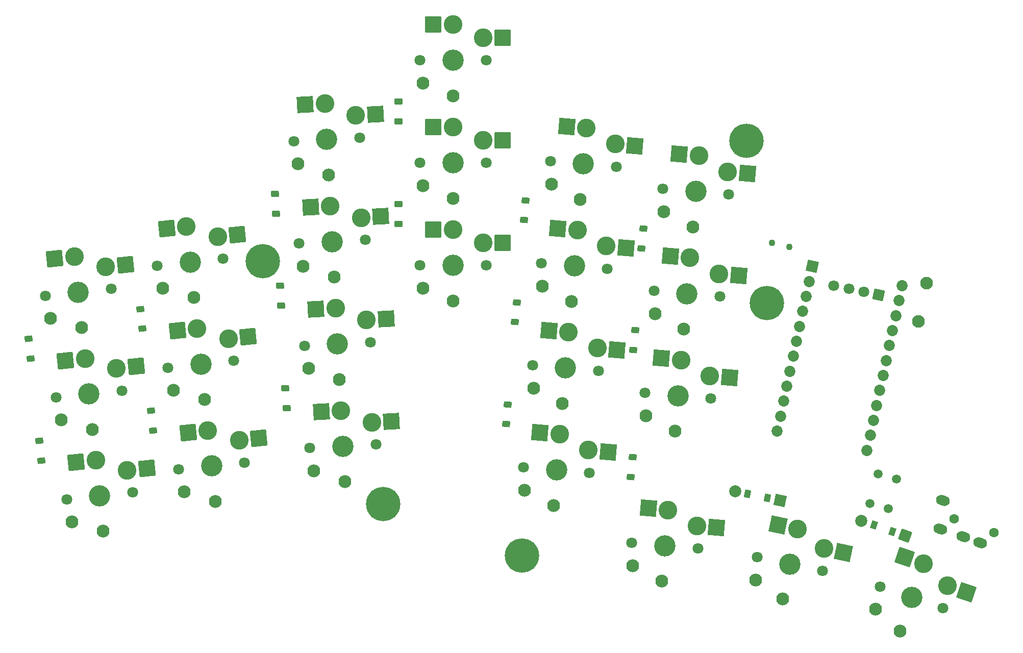
<source format=gbr>
%TF.GenerationSoftware,KiCad,Pcbnew,(6.0.7-1)-1*%
%TF.CreationDate,2022-09-15T11:20:02-04:00*%
%TF.ProjectId,skyline_pcb_left,736b796c-696e-4655-9f70-63625f6c6566,v1.0.0*%
%TF.SameCoordinates,Original*%
%TF.FileFunction,Soldermask,Bot*%
%TF.FilePolarity,Negative*%
%FSLAX46Y46*%
G04 Gerber Fmt 4.6, Leading zero omitted, Abs format (unit mm)*
G04 Created by KiCad (PCBNEW (6.0.7-1)-1) date 2022-09-15 11:20:02*
%MOMM*%
%LPD*%
G01*
G04 APERTURE LIST*
G04 Aperture macros list*
%AMRoundRect*
0 Rectangle with rounded corners*
0 $1 Rounding radius*
0 $2 $3 $4 $5 $6 $7 $8 $9 X,Y pos of 4 corners*
0 Add a 4 corners polygon primitive as box body*
4,1,4,$2,$3,$4,$5,$6,$7,$8,$9,$2,$3,0*
0 Add four circle primitives for the rounded corners*
1,1,$1+$1,$2,$3*
1,1,$1+$1,$4,$5*
1,1,$1+$1,$6,$7*
1,1,$1+$1,$8,$9*
0 Add four rect primitives between the rounded corners*
20,1,$1+$1,$2,$3,$4,$5,0*
20,1,$1+$1,$4,$5,$6,$7,0*
20,1,$1+$1,$6,$7,$8,$9,0*
20,1,$1+$1,$8,$9,$2,$3,0*%
%AMHorizOval*
0 Thick line with rounded ends*
0 $1 width*
0 $2 $3 position (X,Y) of the first rounded end (center of the circle)*
0 $4 $5 position (X,Y) of the second rounded end (center of the circle)*
0 Add line between two ends*
20,1,$1,$2,$3,$4,$5,0*
0 Add two circle primitives to create the rounded ends*
1,1,$1,$2,$3*
1,1,$1,$4,$5*%
G04 Aperture macros list end*
%ADD10C,1.100000*%
%ADD11C,3.529000*%
%ADD12C,3.100000*%
%ADD13C,1.801800*%
%ADD14RoundRect,0.050000X-1.230182X-1.366255X1.366255X-1.230182X1.230182X1.366255X-1.366255X1.230182X0*%
%ADD15C,3.700000*%
%ADD16C,5.700000*%
%ADD17RoundRect,0.050000X-1.652413X-0.805936X0.805936X-1.652413X1.652413X0.805936X-0.805936X1.652413X0*%
%ADD18C,1.497000*%
%ADD19C,2.132000*%
%ADD20RoundRect,0.050000X0.558497X-0.500581X0.636937X0.395994X-0.558497X0.500581X-0.636937X-0.395994X0*%
%ADD21RoundRect,0.050000X0.622729X-0.417982X0.575627X0.480785X-0.622729X0.417982X-0.575627X-0.480785X0*%
%ADD22RoundRect,0.050000X0.643751X-0.384818X0.549675X0.510252X-0.643751X0.384818X-0.549675X-0.510252X0*%
%ADD23RoundRect,0.050000X-1.408356X-1.181751X1.181751X-1.408356X1.408356X1.181751X-1.181751X1.408356X0*%
%ADD24RoundRect,0.050000X-0.674958X1.039344X-1.039344X-0.674958X0.674958X-1.039344X1.039344X0.674958X0*%
%ADD25C,1.852600*%
%ADD26RoundRect,0.050000X-1.300000X-1.300000X1.300000X-1.300000X1.300000X1.300000X-1.300000X1.300000X0*%
%ADD27RoundRect,0.050000X-1.156991X-1.428765X1.428765X-1.156991X1.156991X1.428765X-1.428765X1.156991X0*%
%ADD28RoundRect,0.050000X0.600000X-0.450000X0.600000X0.450000X-0.600000X0.450000X-0.600000X-0.450000X0*%
%ADD29RoundRect,0.050000X-1.541877X-1.001307X1.001307X-1.541877X1.541877X1.001307X-1.001307X1.541877X0*%
%ADD30C,2.005000*%
%ADD31RoundRect,0.050000X0.564913X0.493328X-0.315419X0.680449X-0.564913X-0.493328X0.315419X-0.680449X0*%
%ADD32RoundRect,0.050000X1.054407X0.684740X-0.684740X1.054407X-1.054407X-0.684740X0.684740X-1.054407X0*%
%ADD33C,1.600000*%
%ADD34HorizOval,1.700000X-0.283656X0.097670X0.283656X-0.097670X0*%
%ADD35C,2.100000*%
%ADD36RoundRect,0.050000X-0.654701X1.008150X-1.008150X-0.654701X0.654701X-1.008150X1.008150X0.654701X0*%
%ADD37HorizOval,1.800000X0.000000X0.000000X0.000000X0.000000X0*%
%ADD38RoundRect,0.050000X0.620824X0.420805X-0.230142X0.713817X-0.620824X-0.420805X0.230142X-0.713817X0*%
%ADD39RoundRect,0.050000X1.129996X0.551136X-0.551136X1.129996X-1.129996X-0.551136X0.551136X-1.129996X0*%
G04 APERTURE END LIST*
D10*
%TO.C,T1*%
X255661978Y-125952893D03*
X252727536Y-125329157D03*
%TD*%
D11*
%TO.C,S13*%
X181532028Y-159057910D03*
D12*
X186328916Y-155051369D03*
D13*
X176039566Y-159345758D03*
X187024490Y-158770062D03*
D12*
X181220629Y-153116064D03*
D14*
X177950117Y-153287465D03*
X189599428Y-154879969D03*
%TD*%
D15*
%TO.C,REF\u002A\u002A*%
X248471233Y-108327154D03*
D16*
X248471233Y-108327154D03*
%TD*%
D12*
%TO.C,S45*%
X277860602Y-178507346D03*
X281871944Y-182215328D03*
D13*
X270723119Y-182342557D03*
D11*
X275923471Y-184133182D03*
D13*
X281123823Y-185923807D03*
D17*
X274764028Y-177441111D03*
X284968518Y-183281564D03*
%TD*%
D18*
%TO.C,\u002A\u002A*%
X270339579Y-163674142D03*
X268982009Y-168569384D03*
%TD*%
D13*
%TO.C,S26*%
X205296517Y-95010842D03*
X194296517Y-95010842D03*
D11*
X199796517Y-95010842D03*
D19*
X194796517Y-98810842D03*
X199796517Y-100910842D03*
%TD*%
D20*
%TO.C,D12*%
X211590260Y-121509395D03*
X211877874Y-118221953D03*
%TD*%
D21*
%TO.C,D5*%
X172185861Y-152688321D03*
X172013153Y-149392843D03*
%TD*%
D15*
%TO.C,REF\u002A\u002A*%
X168206517Y-128350842D03*
D16*
X168206517Y-128350842D03*
%TD*%
D13*
%TO.C,S42*%
X240448115Y-176031999D03*
X229489973Y-175073285D03*
D11*
X234969044Y-175552642D03*
D19*
X229656879Y-178902403D03*
X234454825Y-181430191D03*
%TD*%
D22*
%TO.C,D3*%
X150084877Y-156456891D03*
X149739933Y-153174969D03*
%TD*%
D11*
%TO.C,S31*%
X219958995Y-129117731D03*
D12*
X220477572Y-123190373D03*
D13*
X214479924Y-128638374D03*
D12*
X225266803Y-125817780D03*
D13*
X225438066Y-129597088D03*
D23*
X217215034Y-122904937D03*
X228529340Y-126103215D03*
%TD*%
D11*
%TO.C,S34*%
X221440643Y-112182421D03*
D13*
X226919714Y-112661778D03*
X215961572Y-111703064D03*
D19*
X216128478Y-115532182D03*
X220926424Y-118059970D03*
%TD*%
D11*
%TO.C,S40*%
X240111233Y-116777154D03*
D13*
X234632162Y-116297797D03*
X245590304Y-117256511D03*
D19*
X234799068Y-120126915D03*
X239597014Y-122654703D03*
%TD*%
D13*
%TO.C,S22*%
X205296517Y-129010842D03*
D11*
X199796517Y-129010842D03*
D13*
X194296517Y-129010842D03*
D19*
X194796517Y-132810842D03*
X199796517Y-134910842D03*
%TD*%
D22*
%TO.C,D4*%
X148307893Y-139550018D03*
X147962949Y-136268096D03*
%TD*%
D21*
%TO.C,D6*%
X171296149Y-135711619D03*
X171123441Y-132416141D03*
%TD*%
D13*
%TO.C,S28*%
X211516629Y-162508994D03*
D11*
X216995700Y-162988351D03*
D13*
X222474771Y-163467708D03*
D19*
X211683535Y-166338112D03*
X216481481Y-168865900D03*
%TD*%
D13*
%TO.C,S4*%
X133922409Y-150966251D03*
X144862149Y-149816437D03*
D11*
X139392279Y-150391344D03*
D19*
X134816878Y-154693170D03*
X140008997Y-156259023D03*
%TD*%
D13*
%TO.C,S39*%
X234632162Y-116297797D03*
D11*
X240111233Y-116777154D03*
D12*
X245419041Y-113477203D03*
D13*
X245590304Y-117256511D03*
D12*
X240629810Y-110849796D03*
D23*
X237367272Y-110564360D03*
X248681578Y-113762638D03*
%TD*%
D11*
%TO.C,S10*%
X157974610Y-145421737D03*
D13*
X152504740Y-145996644D03*
X163444480Y-144846830D03*
D19*
X153399209Y-149723563D03*
X158591328Y-151289416D03*
%TD*%
D12*
%TO.C,S19*%
X183659782Y-104121262D03*
D11*
X178862894Y-108127803D03*
D13*
X184355356Y-107839955D03*
X173370432Y-108415651D03*
D12*
X178551495Y-102185957D03*
D14*
X175280983Y-102357358D03*
X186930294Y-103949862D03*
%TD*%
D24*
%TO.C,MCU1*%
X259435551Y-129216394D03*
D25*
X258907455Y-131700889D03*
X258379359Y-134185384D03*
X257851264Y-136669879D03*
X257323168Y-139154374D03*
X256795072Y-141638868D03*
X256266976Y-144123363D03*
X255738881Y-146607858D03*
X255210785Y-149092353D03*
X254682689Y-151576848D03*
X254154594Y-154061343D03*
X253626498Y-156545838D03*
X274342520Y-132384968D03*
X273814424Y-134869463D03*
X273286329Y-137353958D03*
X272758233Y-139838453D03*
X272230137Y-142322948D03*
X271702042Y-144807443D03*
X271173946Y-147291938D03*
X270645850Y-149776432D03*
X270117754Y-152260927D03*
X269589659Y-154745422D03*
X269061563Y-157229917D03*
X268533467Y-159714412D03*
%TD*%
D13*
%TO.C,S21*%
X205296517Y-129010842D03*
D12*
X199796517Y-123060842D03*
D11*
X199796517Y-129010842D03*
D13*
X194296517Y-129010842D03*
D12*
X204796517Y-125260842D03*
D26*
X196521517Y-123060842D03*
X208071517Y-125260842D03*
%TD*%
D13*
%TO.C,S25*%
X194296517Y-95010842D03*
D11*
X199796517Y-95010842D03*
D13*
X205296517Y-95010842D03*
D12*
X204796517Y-91260842D03*
X199796517Y-89060842D03*
D26*
X196521517Y-89060842D03*
X208071517Y-91260842D03*
%TD*%
D11*
%TO.C,S23*%
X199796517Y-112010842D03*
D13*
X194296517Y-112010842D03*
D12*
X199796517Y-106060842D03*
D13*
X205296517Y-112010842D03*
D12*
X204796517Y-108260842D03*
D26*
X196521517Y-106060842D03*
X208071517Y-108260842D03*
%TD*%
D12*
%TO.C,S3*%
X138770335Y-144473939D03*
X143972907Y-146139245D03*
D13*
X133922409Y-150966251D03*
X144862149Y-149816437D03*
D11*
X139392279Y-150391344D03*
D27*
X135513275Y-144816269D03*
X147229966Y-145796914D03*
%TD*%
D12*
%TO.C,S7*%
X164332222Y-158076510D03*
D13*
X154281724Y-162903516D03*
X165221464Y-161753702D03*
D11*
X159751594Y-162328609D03*
D12*
X159129650Y-156411204D03*
D27*
X155872590Y-156753534D03*
X167589281Y-157734179D03*
%TD*%
D11*
%TO.C,S37*%
X238629585Y-133712464D03*
D12*
X239148162Y-127785106D03*
D13*
X244108656Y-134191821D03*
X233150514Y-133233107D03*
D12*
X243937393Y-130412513D03*
D23*
X235885624Y-127499670D03*
X247199930Y-130697948D03*
%TD*%
D28*
%TO.C,D9*%
X190796517Y-105160842D03*
X190796517Y-101860842D03*
%TD*%
D16*
%TO.C,REF\u002A\u002A*%
X251896517Y-135310842D03*
D15*
X251896517Y-135310842D03*
%TD*%
D18*
%TO.C,\u002A\u002A*%
X273411222Y-164506045D03*
X272053652Y-169401287D03*
%TD*%
D11*
%TO.C,S43*%
X255708661Y-178590472D03*
D12*
X261379068Y-175961977D03*
X256945736Y-172770494D03*
D13*
X261088473Y-179733986D03*
X250328849Y-177446958D03*
D29*
X253742302Y-172089583D03*
X264582501Y-176642888D03*
%TD*%
D12*
%TO.C,S27*%
X222303508Y-159688400D03*
D13*
X222474771Y-163467708D03*
D12*
X217514277Y-157060993D03*
D11*
X216995700Y-162988351D03*
D13*
X211516629Y-162508994D03*
D23*
X214251739Y-156775557D03*
X225566045Y-159973835D03*
%TD*%
D11*
%TO.C,S17*%
X179752605Y-125104505D03*
D13*
X174260143Y-125392353D03*
X185245067Y-124816657D03*
D12*
X184549493Y-121097964D03*
X179441206Y-119162659D03*
D14*
X176170694Y-119334060D03*
X187820005Y-120926564D03*
%TD*%
D20*
%TO.C,D14*%
X231099503Y-126199977D03*
X231387117Y-122912535D03*
%TD*%
D11*
%TO.C,S24*%
X199796517Y-112010842D03*
D13*
X205296517Y-112010842D03*
X194296517Y-112010842D03*
D19*
X194796517Y-115810842D03*
X199796517Y-117910842D03*
%TD*%
D30*
%TO.C,D16*%
X246610368Y-166479801D03*
D31*
X251951054Y-167614999D03*
X248723166Y-166928891D03*
D32*
X254063852Y-168064089D03*
%TD*%
D11*
%TO.C,S15*%
X180642317Y-142081207D03*
D13*
X186134779Y-141793359D03*
X175149855Y-142369055D03*
D12*
X180330918Y-136139361D03*
X185439205Y-138074666D03*
D14*
X177060406Y-136310762D03*
X188709717Y-137903266D03*
%TD*%
D13*
%TO.C,S12*%
X150727756Y-129089772D03*
D11*
X156197626Y-128514865D03*
D13*
X161667496Y-127939958D03*
D19*
X151622225Y-132816691D03*
X156814344Y-134382544D03*
%TD*%
D13*
%TO.C,S2*%
X146639133Y-166723309D03*
D11*
X141169263Y-167298216D03*
D13*
X135699393Y-167873123D03*
D19*
X136593862Y-171600042D03*
X141785981Y-173165895D03*
%TD*%
D15*
%TO.C,REF\u002A\u002A*%
X188196517Y-168610842D03*
D16*
X188196517Y-168610842D03*
%TD*%
D13*
%TO.C,S29*%
X223956419Y-146532398D03*
D11*
X218477348Y-146053041D03*
D12*
X223785156Y-142753090D03*
D13*
X212998277Y-145573684D03*
D12*
X218995925Y-140125683D03*
D23*
X215733387Y-139840247D03*
X227047693Y-143038525D03*
%TD*%
D13*
%TO.C,S14*%
X176039566Y-159345758D03*
X187024490Y-158770062D03*
D11*
X181532028Y-159057910D03*
D19*
X176737757Y-163114382D03*
X181840810Y-164949824D03*
%TD*%
D12*
%TO.C,S5*%
X142195923Y-129232373D03*
D11*
X137615295Y-133484472D03*
D13*
X143085165Y-132909565D03*
D12*
X136993351Y-127567067D03*
D13*
X132145425Y-134059379D03*
D27*
X133736291Y-127909397D03*
X145452982Y-128890042D03*
%TD*%
D13*
%TO.C,S18*%
X174260143Y-125392353D03*
X185245067Y-124816657D03*
D11*
X179752605Y-125104505D03*
D19*
X174958334Y-129160977D03*
X180061387Y-130996419D03*
%TD*%
D13*
%TO.C,S38*%
X233150514Y-133233107D03*
D11*
X238629585Y-133712464D03*
D13*
X244108656Y-134191821D03*
D19*
X233317420Y-137062225D03*
X238115366Y-139590013D03*
%TD*%
D21*
%TO.C,D7*%
X170470481Y-120438388D03*
X170297773Y-117142910D03*
%TD*%
D13*
%TO.C,S9*%
X163444480Y-144846830D03*
D11*
X157974610Y-145421737D03*
D12*
X157352666Y-139504332D03*
X162555238Y-141169638D03*
D13*
X152504740Y-145996644D03*
D27*
X154095606Y-139846662D03*
X165812297Y-140827307D03*
%TD*%
D20*
%TO.C,D13*%
X229726740Y-143039210D03*
X230014354Y-139751768D03*
%TD*%
D33*
%TO.C,REF\u002A\u002A*%
X289564640Y-173388951D03*
X282946010Y-171109974D03*
D34*
X281141917Y-168056247D03*
X280684374Y-172763758D03*
X284466448Y-174066030D03*
X287303004Y-175042735D03*
%TD*%
D20*
%TO.C,D11*%
X210108612Y-138444705D03*
X210396226Y-135157263D03*
%TD*%
D13*
%TO.C,S11*%
X150727756Y-129089772D03*
D12*
X155575682Y-122597460D03*
D11*
X156197626Y-128514865D03*
D13*
X161667496Y-127939958D03*
D12*
X160778254Y-124262766D03*
D27*
X152318622Y-122939790D03*
X164035313Y-123920435D03*
%TD*%
D13*
%TO.C,S16*%
X175149855Y-142369055D03*
D11*
X180642317Y-142081207D03*
D13*
X186134779Y-141793359D03*
D19*
X175848046Y-146137679D03*
X180951099Y-147973121D03*
%TD*%
D35*
%TO.C,RSW1*%
X277060244Y-138357905D03*
X278411670Y-131999945D03*
%TD*%
D13*
%TO.C,S20*%
X173370432Y-108415651D03*
X184355356Y-107839955D03*
D11*
X178862894Y-108127803D03*
D19*
X174068623Y-112184275D03*
X179171676Y-114019717D03*
%TD*%
D13*
%TO.C,S8*%
X165221464Y-161753702D03*
D11*
X159751594Y-162328609D03*
D13*
X154281724Y-162903516D03*
D19*
X155176193Y-166630435D03*
X160368312Y-168196288D03*
%TD*%
D20*
%TO.C,D10*%
X208626964Y-155380015D03*
X208914578Y-152092573D03*
%TD*%
D13*
%TO.C,S6*%
X143085165Y-132909565D03*
D11*
X137615295Y-133484472D03*
D13*
X132145425Y-134059379D03*
D19*
X133039894Y-137786298D03*
X138232013Y-139352151D03*
%TD*%
D12*
%TO.C,S1*%
X145749891Y-163046117D03*
D13*
X146639133Y-166723309D03*
D12*
X140547319Y-161380811D03*
D11*
X141169263Y-167298216D03*
D13*
X135699393Y-167873123D03*
D27*
X137290259Y-161723141D03*
X149006950Y-162703786D03*
%TD*%
D13*
%TO.C,S35*%
X231668866Y-150168417D03*
X242627008Y-151127131D03*
D12*
X237666514Y-144720416D03*
X242455745Y-147347823D03*
D11*
X237147937Y-150647774D03*
D23*
X234403976Y-144434980D03*
X245718282Y-147633258D03*
%TD*%
D36*
%TO.C,REF\u002A\u002A*%
X270482307Y-133943202D03*
D37*
X267997812Y-133415106D03*
X265513317Y-132887011D03*
X263028822Y-132358915D03*
%TD*%
D28*
%TO.C,D8*%
X190796517Y-122160842D03*
X190796517Y-118860842D03*
%TD*%
D11*
%TO.C,S36*%
X237147937Y-150647774D03*
D13*
X242627008Y-151127131D03*
X231668866Y-150168417D03*
D19*
X231835772Y-153997535D03*
X236633718Y-156525323D03*
%TD*%
D11*
%TO.C,S46*%
X275923471Y-184133182D03*
D13*
X270723119Y-182342557D03*
X281123823Y-185923807D03*
D19*
X269958719Y-186098312D03*
X274002619Y-189711742D03*
%TD*%
D15*
%TO.C,REF\u002A\u002A*%
X211296517Y-177210842D03*
D16*
X211296517Y-177210842D03*
%TD*%
D30*
%TO.C,D17*%
X267600821Y-171403395D03*
D38*
X272763353Y-173180997D03*
D39*
X274805673Y-173884225D03*
D38*
X269643141Y-172106623D03*
%TD*%
D13*
%TO.C,S32*%
X214479924Y-128638374D03*
X225438066Y-129597088D03*
D11*
X219958995Y-129117731D03*
D19*
X214646830Y-132467492D03*
X219444776Y-134995280D03*
%TD*%
D11*
%TO.C,S30*%
X218477348Y-146053041D03*
D13*
X212998277Y-145573684D03*
X223956419Y-146532398D03*
D19*
X213165183Y-149402802D03*
X217963129Y-151930590D03*
%TD*%
D12*
%TO.C,S33*%
X226748451Y-108882470D03*
D13*
X226919714Y-112661778D03*
X215961572Y-111703064D03*
D11*
X221440643Y-112182421D03*
D12*
X221959220Y-106255063D03*
D23*
X218696682Y-105969627D03*
X230010988Y-109167905D03*
%TD*%
D11*
%TO.C,S44*%
X255708661Y-178590472D03*
D13*
X261088473Y-179733986D03*
X250328849Y-177446958D03*
D19*
X250027859Y-181267874D03*
X254481982Y-184361543D03*
%TD*%
D20*
%TO.C,D15*%
X229308380Y-164176173D03*
X229595994Y-160888731D03*
%TD*%
D12*
%TO.C,S41*%
X235487621Y-169625284D03*
X240276852Y-172252691D03*
D13*
X240448115Y-176031999D03*
D11*
X234969044Y-175552642D03*
D13*
X229489973Y-175073285D03*
D23*
X232225083Y-169339848D03*
X243539389Y-172538126D03*
%TD*%
D22*
%TO.C,D2*%
X129725562Y-144519625D03*
X129380618Y-141237703D03*
%TD*%
%TO.C,D1*%
X131502546Y-161426497D03*
X131157602Y-158144575D03*
%TD*%
M02*

</source>
